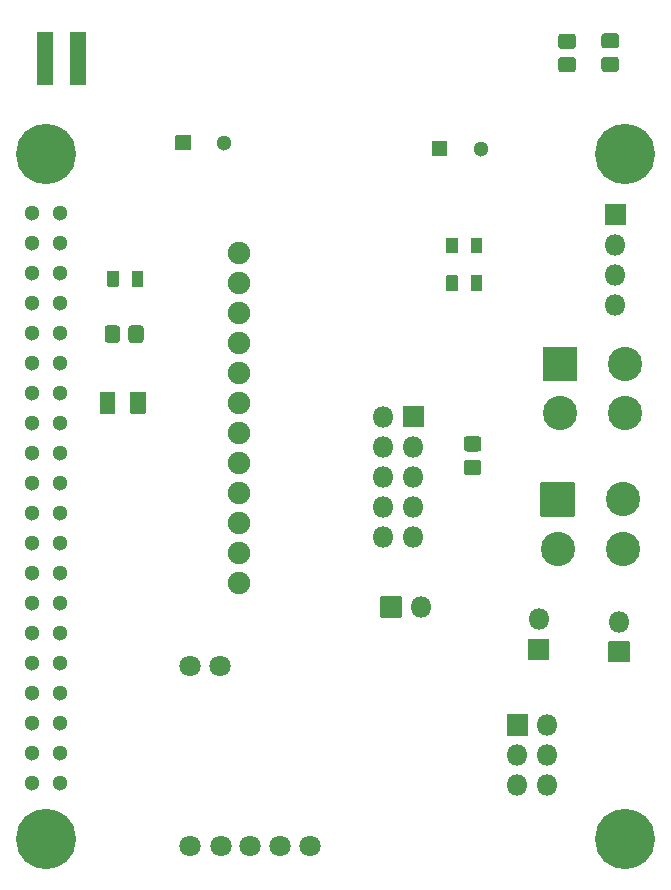
<source format=gbr>
%TF.GenerationSoftware,KiCad,Pcbnew,(5.1.10)-1*%
%TF.CreationDate,2022-03-11T11:42:31-05:00*%
%TF.ProjectId,PiShield,50695368-6965-46c6-942e-6b696361645f,rev?*%
%TF.SameCoordinates,Original*%
%TF.FileFunction,Soldermask,Bot*%
%TF.FilePolarity,Negative*%
%FSLAX46Y46*%
G04 Gerber Fmt 4.6, Leading zero omitted, Abs format (unit mm)*
G04 Created by KiCad (PCBNEW (5.1.10)-1) date 2022-03-11 11:42:31*
%MOMM*%
%LPD*%
G01*
G04 APERTURE LIST*
%ADD10O,1.800000X1.800000*%
%ADD11C,2.900000*%
%ADD12C,1.800000*%
%ADD13C,1.300000*%
%ADD14C,5.100000*%
%ADD15C,1.900000*%
G04 APERTURE END LIST*
D10*
%TO.C,J1*%
X223000000Y-66120000D03*
X223000000Y-63580000D03*
X223000000Y-61040000D03*
G36*
G01*
X223900000Y-57650000D02*
X223900000Y-59350000D01*
G75*
G02*
X223850000Y-59400000I-50000J0D01*
G01*
X222150000Y-59400000D01*
G75*
G02*
X222100000Y-59350000I0J50000D01*
G01*
X222100000Y-57650000D01*
G75*
G02*
X222150000Y-57600000I50000J0D01*
G01*
X223850000Y-57600000D01*
G75*
G02*
X223900000Y-57650000I0J-50000D01*
G01*
G37*
%TD*%
%TO.C,J2*%
G36*
G01*
X216900000Y-69650000D02*
X219700000Y-69650000D01*
G75*
G02*
X219750000Y-69700000I0J-50000D01*
G01*
X219750000Y-72500000D01*
G75*
G02*
X219700000Y-72550000I-50000J0D01*
G01*
X216900000Y-72550000D01*
G75*
G02*
X216850000Y-72500000I0J50000D01*
G01*
X216850000Y-69700000D01*
G75*
G02*
X216900000Y-69650000I50000J0D01*
G01*
G37*
D11*
X218300000Y-75300000D03*
X223800000Y-71100000D03*
X223800000Y-75300000D03*
%TD*%
D12*
%TO.C,U10*%
X189601600Y-111940000D03*
X192040000Y-111940000D03*
X194580000Y-111940000D03*
X197120000Y-111940000D03*
X186960000Y-111940000D03*
X186960000Y-96700000D03*
X189500000Y-96700000D03*
%TD*%
%TO.C,U11*%
G36*
G01*
X215600000Y-100850000D02*
X215600000Y-102550000D01*
G75*
G02*
X215550000Y-102600000I-50000J0D01*
G01*
X213850000Y-102600000D01*
G75*
G02*
X213800000Y-102550000I0J50000D01*
G01*
X213800000Y-100850000D01*
G75*
G02*
X213850000Y-100800000I50000J0D01*
G01*
X215550000Y-100800000D01*
G75*
G02*
X215600000Y-100850000I0J-50000D01*
G01*
G37*
D10*
X217240000Y-101700000D03*
X214700000Y-104240000D03*
X217240000Y-104240000D03*
X214700000Y-106780000D03*
X217240000Y-106780000D03*
%TD*%
%TO.C,R4*%
G36*
G01*
X210420832Y-79250000D02*
X211379168Y-79250000D01*
G75*
G02*
X211650000Y-79520832I0J-270832D01*
G01*
X211650000Y-80279168D01*
G75*
G02*
X211379168Y-80550000I-270832J0D01*
G01*
X210420832Y-80550000D01*
G75*
G02*
X210150000Y-80279168I0J270832D01*
G01*
X210150000Y-79520832D01*
G75*
G02*
X210420832Y-79250000I270832J0D01*
G01*
G37*
G36*
G01*
X210420832Y-77250000D02*
X211379168Y-77250000D01*
G75*
G02*
X211650000Y-77520832I0J-270832D01*
G01*
X211650000Y-78279168D01*
G75*
G02*
X211379168Y-78550000I-270832J0D01*
G01*
X210420832Y-78550000D01*
G75*
G02*
X210150000Y-78279168I0J270832D01*
G01*
X210150000Y-77520832D01*
G75*
G02*
X210420832Y-77250000I270832J0D01*
G01*
G37*
%TD*%
%TO.C,J7*%
X206540000Y-91700000D03*
G36*
G01*
X203150000Y-90800000D02*
X204850000Y-90800000D01*
G75*
G02*
X204900000Y-90850000I0J-50000D01*
G01*
X204900000Y-92550000D01*
G75*
G02*
X204850000Y-92600000I-50000J0D01*
G01*
X203150000Y-92600000D01*
G75*
G02*
X203100000Y-92550000I0J50000D01*
G01*
X203100000Y-90850000D01*
G75*
G02*
X203150000Y-90800000I50000J0D01*
G01*
G37*
%TD*%
D13*
%TO.C,U1*%
X173573800Y-96408800D03*
X173573800Y-86248800D03*
X175935800Y-81168800D03*
X175935800Y-106568800D03*
X175935800Y-104028800D03*
X173573800Y-91328800D03*
X173573800Y-93868800D03*
X175935800Y-86248800D03*
X173573800Y-83708800D03*
X175935800Y-83708800D03*
X173573800Y-81168800D03*
X173573800Y-106568800D03*
X175935800Y-93868800D03*
X175935800Y-101488800D03*
X173573800Y-78628800D03*
X175935800Y-91328800D03*
X173573800Y-104028800D03*
X173573800Y-98948800D03*
X175935800Y-98948800D03*
X173573800Y-88788800D03*
X175935800Y-96408800D03*
X173573800Y-101488800D03*
X175935800Y-88788800D03*
X175935800Y-71008800D03*
D14*
X223795800Y-53320800D03*
D13*
X173573800Y-58308800D03*
X173573800Y-60848800D03*
X175935800Y-58308800D03*
X175935800Y-73548800D03*
X175935800Y-68468800D03*
X173573800Y-73548800D03*
D14*
X223795800Y-111320800D03*
D13*
X175935800Y-78628800D03*
D14*
X174795800Y-111320800D03*
D13*
X173573800Y-63388800D03*
X175935800Y-65928800D03*
X173573800Y-68468800D03*
X173573800Y-65928800D03*
D14*
X174795800Y-53320800D03*
D13*
X173573800Y-71008800D03*
X175935800Y-60848800D03*
X175935800Y-63388800D03*
X175935800Y-76088800D03*
X173573800Y-76088800D03*
%TD*%
%TO.C,R3*%
G36*
G01*
X222074262Y-45115610D02*
X223032598Y-45115610D01*
G75*
G02*
X223303430Y-45386442I0J-270832D01*
G01*
X223303430Y-46144778D01*
G75*
G02*
X223032598Y-46415610I-270832J0D01*
G01*
X222074262Y-46415610D01*
G75*
G02*
X221803430Y-46144778I0J270832D01*
G01*
X221803430Y-45386442D01*
G75*
G02*
X222074262Y-45115610I270832J0D01*
G01*
G37*
G36*
G01*
X222074262Y-43115610D02*
X223032598Y-43115610D01*
G75*
G02*
X223303430Y-43386442I0J-270832D01*
G01*
X223303430Y-44144778D01*
G75*
G02*
X223032598Y-44415610I-270832J0D01*
G01*
X222074262Y-44415610D01*
G75*
G02*
X221803430Y-44144778I0J270832D01*
G01*
X221803430Y-43386442D01*
G75*
G02*
X222074262Y-43115610I270832J0D01*
G01*
G37*
%TD*%
%TO.C,R2*%
G36*
G01*
X218420832Y-45150000D02*
X219379168Y-45150000D01*
G75*
G02*
X219650000Y-45420832I0J-270832D01*
G01*
X219650000Y-46179168D01*
G75*
G02*
X219379168Y-46450000I-270832J0D01*
G01*
X218420832Y-46450000D01*
G75*
G02*
X218150000Y-46179168I0J270832D01*
G01*
X218150000Y-45420832D01*
G75*
G02*
X218420832Y-45150000I270832J0D01*
G01*
G37*
G36*
G01*
X218420832Y-43150000D02*
X219379168Y-43150000D01*
G75*
G02*
X219650000Y-43420832I0J-270832D01*
G01*
X219650000Y-44179168D01*
G75*
G02*
X219379168Y-44450000I-270832J0D01*
G01*
X218420832Y-44450000D01*
G75*
G02*
X218150000Y-44179168I0J270832D01*
G01*
X218150000Y-43420832D01*
G75*
G02*
X218420832Y-43150000I270832J0D01*
G01*
G37*
%TD*%
%TO.C,R1*%
G36*
G01*
X181750000Y-69079168D02*
X181750000Y-68120832D01*
G75*
G02*
X182020832Y-67850000I270832J0D01*
G01*
X182779168Y-67850000D01*
G75*
G02*
X183050000Y-68120832I0J-270832D01*
G01*
X183050000Y-69079168D01*
G75*
G02*
X182779168Y-69350000I-270832J0D01*
G01*
X182020832Y-69350000D01*
G75*
G02*
X181750000Y-69079168I0J270832D01*
G01*
G37*
G36*
G01*
X179750000Y-69079168D02*
X179750000Y-68120832D01*
G75*
G02*
X180020832Y-67850000I270832J0D01*
G01*
X180779168Y-67850000D01*
G75*
G02*
X181050000Y-68120832I0J-270832D01*
G01*
X181050000Y-69079168D01*
G75*
G02*
X180779168Y-69350000I-270832J0D01*
G01*
X180020832Y-69350000D01*
G75*
G02*
X179750000Y-69079168I0J270832D01*
G01*
G37*
%TD*%
D15*
%TO.C,PS1*%
X191100000Y-89640000D03*
X191100000Y-87100000D03*
X191100000Y-84560000D03*
X191100000Y-82020000D03*
X191100000Y-79480000D03*
X191100000Y-76940000D03*
X191100000Y-74400000D03*
X191100000Y-71860000D03*
X191100000Y-69320000D03*
X191100000Y-66780000D03*
X191100000Y-64240000D03*
X191100000Y-61700000D03*
%TD*%
%TO.C,L1*%
G36*
G01*
X176800000Y-47500000D02*
X176800000Y-43100000D01*
G75*
G02*
X176850000Y-43050000I50000J0D01*
G01*
X178150000Y-43050000D01*
G75*
G02*
X178200000Y-43100000I0J-50000D01*
G01*
X178200000Y-47500000D01*
G75*
G02*
X178150000Y-47550000I-50000J0D01*
G01*
X176850000Y-47550000D01*
G75*
G02*
X176800000Y-47500000I0J50000D01*
G01*
G37*
G36*
G01*
X174000000Y-47500000D02*
X174000000Y-43100000D01*
G75*
G02*
X174050000Y-43050000I50000J0D01*
G01*
X175350000Y-43050000D01*
G75*
G02*
X175400000Y-43100000I0J-50000D01*
G01*
X175400000Y-47500000D01*
G75*
G02*
X175350000Y-47550000I-50000J0D01*
G01*
X174050000Y-47550000D01*
G75*
G02*
X174000000Y-47500000I0J50000D01*
G01*
G37*
%TD*%
D10*
%TO.C,J6*%
X223300000Y-92960000D03*
G36*
G01*
X222400000Y-96350000D02*
X222400000Y-94650000D01*
G75*
G02*
X222450000Y-94600000I50000J0D01*
G01*
X224150000Y-94600000D01*
G75*
G02*
X224200000Y-94650000I0J-50000D01*
G01*
X224200000Y-96350000D01*
G75*
G02*
X224150000Y-96400000I-50000J0D01*
G01*
X222450000Y-96400000D01*
G75*
G02*
X222400000Y-96350000I0J50000D01*
G01*
G37*
%TD*%
%TO.C,J5*%
X203360000Y-85760000D03*
X205900000Y-85760000D03*
X203360000Y-83220000D03*
X205900000Y-83220000D03*
X203360000Y-80680000D03*
X205900000Y-80680000D03*
X203360000Y-78140000D03*
X205900000Y-78140000D03*
X203360000Y-75600000D03*
G36*
G01*
X206800000Y-74750000D02*
X206800000Y-76450000D01*
G75*
G02*
X206750000Y-76500000I-50000J0D01*
G01*
X205050000Y-76500000D01*
G75*
G02*
X205000000Y-76450000I0J50000D01*
G01*
X205000000Y-74750000D01*
G75*
G02*
X205050000Y-74700000I50000J0D01*
G01*
X206750000Y-74700000D01*
G75*
G02*
X206800000Y-74750000I0J-50000D01*
G01*
G37*
%TD*%
D11*
%TO.C,J4*%
X223600000Y-86800000D03*
X223600000Y-82600000D03*
X218100000Y-86800000D03*
G36*
G01*
X216700000Y-81150000D02*
X219500000Y-81150000D01*
G75*
G02*
X219550000Y-81200000I0J-50000D01*
G01*
X219550000Y-84000000D01*
G75*
G02*
X219500000Y-84050000I-50000J0D01*
G01*
X216700000Y-84050000D01*
G75*
G02*
X216650000Y-84000000I0J50000D01*
G01*
X216650000Y-81200000D01*
G75*
G02*
X216700000Y-81150000I50000J0D01*
G01*
G37*
%TD*%
D10*
%TO.C,J3*%
X216500000Y-92760000D03*
G36*
G01*
X215600000Y-96150000D02*
X215600000Y-94450000D01*
G75*
G02*
X215650000Y-94400000I50000J0D01*
G01*
X217350000Y-94400000D01*
G75*
G02*
X217400000Y-94450000I0J-50000D01*
G01*
X217400000Y-96150000D01*
G75*
G02*
X217350000Y-96200000I-50000J0D01*
G01*
X215650000Y-96200000D01*
G75*
G02*
X215600000Y-96150000I0J50000D01*
G01*
G37*
%TD*%
%TO.C,D3*%
G36*
G01*
X210746900Y-64922300D02*
X210746900Y-63677700D01*
G75*
G02*
X210796900Y-63627700I50000J0D01*
G01*
X211660500Y-63627700D01*
G75*
G02*
X211710500Y-63677700I0J-50000D01*
G01*
X211710500Y-64922300D01*
G75*
G02*
X211660500Y-64972300I-50000J0D01*
G01*
X210796900Y-64972300D01*
G75*
G02*
X210746900Y-64922300I0J50000D01*
G01*
G37*
G36*
G01*
X208689500Y-64922300D02*
X208689500Y-63677700D01*
G75*
G02*
X208739500Y-63627700I50000J0D01*
G01*
X209603100Y-63627700D01*
G75*
G02*
X209653100Y-63677700I0J-50000D01*
G01*
X209653100Y-64922300D01*
G75*
G02*
X209603100Y-64972300I-50000J0D01*
G01*
X208739500Y-64972300D01*
G75*
G02*
X208689500Y-64922300I0J50000D01*
G01*
G37*
%TD*%
%TO.C,D2*%
G36*
G01*
X210746900Y-61722300D02*
X210746900Y-60477700D01*
G75*
G02*
X210796900Y-60427700I50000J0D01*
G01*
X211660500Y-60427700D01*
G75*
G02*
X211710500Y-60477700I0J-50000D01*
G01*
X211710500Y-61722300D01*
G75*
G02*
X211660500Y-61772300I-50000J0D01*
G01*
X210796900Y-61772300D01*
G75*
G02*
X210746900Y-61722300I0J50000D01*
G01*
G37*
G36*
G01*
X208689500Y-61722300D02*
X208689500Y-60477700D01*
G75*
G02*
X208739500Y-60427700I50000J0D01*
G01*
X209603100Y-60427700D01*
G75*
G02*
X209653100Y-60477700I0J-50000D01*
G01*
X209653100Y-61722300D01*
G75*
G02*
X209603100Y-61772300I-50000J0D01*
G01*
X208739500Y-61772300D01*
G75*
G02*
X208689500Y-61722300I0J50000D01*
G01*
G37*
%TD*%
%TO.C,D1*%
G36*
G01*
X182046900Y-64522300D02*
X182046900Y-63277700D01*
G75*
G02*
X182096900Y-63227700I50000J0D01*
G01*
X182960500Y-63227700D01*
G75*
G02*
X183010500Y-63277700I0J-50000D01*
G01*
X183010500Y-64522300D01*
G75*
G02*
X182960500Y-64572300I-50000J0D01*
G01*
X182096900Y-64572300D01*
G75*
G02*
X182046900Y-64522300I0J50000D01*
G01*
G37*
G36*
G01*
X179989500Y-64522300D02*
X179989500Y-63277700D01*
G75*
G02*
X180039500Y-63227700I50000J0D01*
G01*
X180903100Y-63227700D01*
G75*
G02*
X180953100Y-63277700I0J-50000D01*
G01*
X180953100Y-64522300D01*
G75*
G02*
X180903100Y-64572300I-50000J0D01*
G01*
X180039500Y-64572300D01*
G75*
G02*
X179989500Y-64522300I0J50000D01*
G01*
G37*
%TD*%
D13*
%TO.C,C3*%
X189900000Y-52400000D03*
G36*
G01*
X185750000Y-53000000D02*
X185750000Y-51800000D01*
G75*
G02*
X185800000Y-51750000I50000J0D01*
G01*
X187000000Y-51750000D01*
G75*
G02*
X187050000Y-51800000I0J-50000D01*
G01*
X187050000Y-53000000D01*
G75*
G02*
X187000000Y-53050000I-50000J0D01*
G01*
X185800000Y-53050000D01*
G75*
G02*
X185750000Y-53000000I0J50000D01*
G01*
G37*
%TD*%
%TO.C,C2*%
X211600000Y-52900000D03*
G36*
G01*
X207450000Y-53500000D02*
X207450000Y-52300000D01*
G75*
G02*
X207500000Y-52250000I50000J0D01*
G01*
X208700000Y-52250000D01*
G75*
G02*
X208750000Y-52300000I0J-50000D01*
G01*
X208750000Y-53500000D01*
G75*
G02*
X208700000Y-53550000I-50000J0D01*
G01*
X207500000Y-53550000D01*
G75*
G02*
X207450000Y-53500000I0J50000D01*
G01*
G37*
%TD*%
%TO.C,C1*%
G36*
G01*
X181940000Y-75290000D02*
X181940000Y-73510000D01*
G75*
G02*
X181990000Y-73460000I50000J0D01*
G01*
X183190000Y-73460000D01*
G75*
G02*
X183240000Y-73510000I0J-50000D01*
G01*
X183240000Y-75290000D01*
G75*
G02*
X183190000Y-75340000I-50000J0D01*
G01*
X181990000Y-75340000D01*
G75*
G02*
X181940000Y-75290000I0J50000D01*
G01*
G37*
G36*
G01*
X179360000Y-75290000D02*
X179360000Y-73510000D01*
G75*
G02*
X179410000Y-73460000I50000J0D01*
G01*
X180610000Y-73460000D01*
G75*
G02*
X180660000Y-73510000I0J-50000D01*
G01*
X180660000Y-75290000D01*
G75*
G02*
X180610000Y-75340000I-50000J0D01*
G01*
X179410000Y-75340000D01*
G75*
G02*
X179360000Y-75290000I0J50000D01*
G01*
G37*
%TD*%
M02*

</source>
